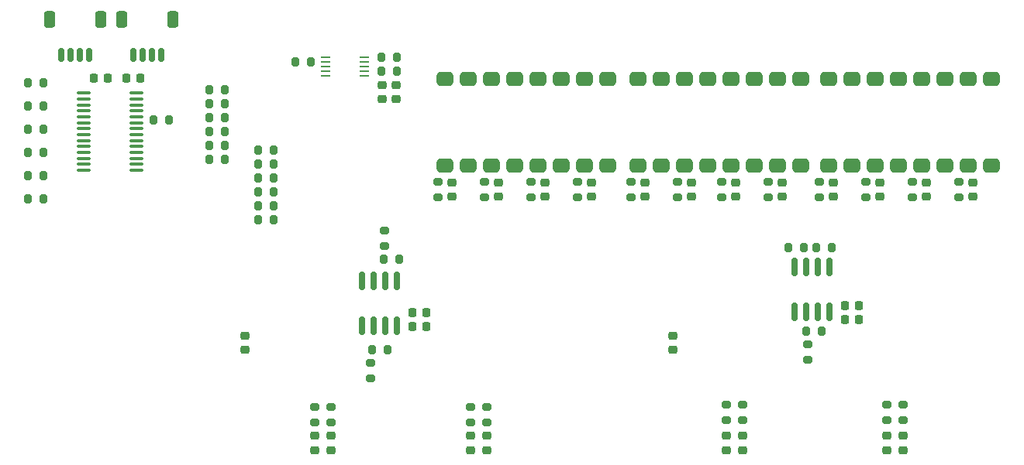
<source format=gtp>
%TF.GenerationSoftware,KiCad,Pcbnew,(6.0.0)*%
%TF.CreationDate,2022-11-20T23:13:48-05:00*%
%TF.ProjectId,i2c l298p,69326320-6c32-4393-9870-2e6b69636164,rev?*%
%TF.SameCoordinates,Original*%
%TF.FileFunction,Paste,Top*%
%TF.FilePolarity,Positive*%
%FSLAX46Y46*%
G04 Gerber Fmt 4.6, Leading zero omitted, Abs format (unit mm)*
G04 Created by KiCad (PCBNEW (6.0.0)) date 2022-11-20 23:13:48*
%MOMM*%
%LPD*%
G01*
G04 APERTURE LIST*
G04 Aperture macros list*
%AMRoundRect*
0 Rectangle with rounded corners*
0 $1 Rounding radius*
0 $2 $3 $4 $5 $6 $7 $8 $9 X,Y pos of 4 corners*
0 Add a 4 corners polygon primitive as box body*
4,1,4,$2,$3,$4,$5,$6,$7,$8,$9,$2,$3,0*
0 Add four circle primitives for the rounded corners*
1,1,$1+$1,$2,$3*
1,1,$1+$1,$4,$5*
1,1,$1+$1,$6,$7*
1,1,$1+$1,$8,$9*
0 Add four rect primitives between the rounded corners*
20,1,$1+$1,$2,$3,$4,$5,0*
20,1,$1+$1,$4,$5,$6,$7,0*
20,1,$1+$1,$6,$7,$8,$9,0*
20,1,$1+$1,$8,$9,$2,$3,0*%
G04 Aperture macros list end*
%ADD10R,1.100000X0.250000*%
%ADD11RoundRect,0.225000X-0.250000X0.225000X-0.250000X-0.225000X0.250000X-0.225000X0.250000X0.225000X0*%
%ADD12RoundRect,0.200000X0.275000X-0.200000X0.275000X0.200000X-0.275000X0.200000X-0.275000X-0.200000X0*%
%ADD13RoundRect,0.200000X0.200000X0.275000X-0.200000X0.275000X-0.200000X-0.275000X0.200000X-0.275000X0*%
%ADD14RoundRect,0.200000X-0.275000X0.200000X-0.275000X-0.200000X0.275000X-0.200000X0.275000X0.200000X0*%
%ADD15RoundRect,0.334400X-0.555600X0.425600X-0.555600X-0.425600X0.555600X-0.425600X0.555600X0.425600X0*%
%ADD16RoundRect,0.218750X0.256250X-0.218750X0.256250X0.218750X-0.256250X0.218750X-0.256250X-0.218750X0*%
%ADD17RoundRect,0.225000X-0.225000X-0.250000X0.225000X-0.250000X0.225000X0.250000X-0.225000X0.250000X0*%
%ADD18RoundRect,0.150000X-0.150000X0.825000X-0.150000X-0.825000X0.150000X-0.825000X0.150000X0.825000X0*%
%ADD19RoundRect,0.200000X-0.200000X-0.275000X0.200000X-0.275000X0.200000X0.275000X-0.200000X0.275000X0*%
%ADD20RoundRect,0.100000X-0.637500X-0.100000X0.637500X-0.100000X0.637500X0.100000X-0.637500X0.100000X0*%
%ADD21RoundRect,0.150000X0.150000X0.625000X-0.150000X0.625000X-0.150000X-0.625000X0.150000X-0.625000X0*%
%ADD22RoundRect,0.250000X0.350000X0.650000X-0.350000X0.650000X-0.350000X-0.650000X0.350000X-0.650000X0*%
%ADD23RoundRect,0.225000X0.225000X0.250000X-0.225000X0.250000X-0.225000X-0.250000X0.225000X-0.250000X0*%
G04 APERTURE END LIST*
D10*
%TO.C,U8*%
X129168000Y-85868000D03*
X129168000Y-86368000D03*
X129168000Y-86868000D03*
X129168000Y-87368000D03*
X129168000Y-87868000D03*
X133468000Y-87868000D03*
X133468000Y-87368000D03*
X133468000Y-86868000D03*
X133468000Y-86368000D03*
X133468000Y-85868000D03*
%TD*%
D11*
%TO.C,C5*%
X199898000Y-99555000D03*
X199898000Y-101105000D03*
%TD*%
D12*
%TO.C,R47*%
X135636000Y-106489000D03*
X135636000Y-104839000D03*
%TD*%
D13*
%TO.C,R49*%
X181419000Y-106680000D03*
X179769000Y-106680000D03*
%TD*%
D14*
%TO.C,R17*%
X177546000Y-99505000D03*
X177546000Y-101155000D03*
%TD*%
D15*
%TO.C,U1*%
X160020000Y-88204000D03*
X157480000Y-88204000D03*
X154940000Y-88204000D03*
X152400000Y-88204000D03*
X149860000Y-88204000D03*
X147320000Y-88204000D03*
X144780000Y-88204000D03*
X142240000Y-88204000D03*
X142240000Y-97724000D03*
X144780000Y-97724000D03*
X147320000Y-97724000D03*
X149860000Y-97724000D03*
X152400000Y-97724000D03*
X154940000Y-97724000D03*
X157480000Y-97724000D03*
X160020000Y-97724000D03*
%TD*%
D14*
%TO.C,R24*%
X151638000Y-99505000D03*
X151638000Y-101155000D03*
%TD*%
D11*
%TO.C,C10*%
X158242000Y-99555000D03*
X158242000Y-101105000D03*
%TD*%
D16*
%TO.C,D24*%
X145034000Y-128803500D03*
X145034000Y-127228500D03*
%TD*%
D17*
%TO.C,C23*%
X138671000Y-115316000D03*
X140221000Y-115316000D03*
%TD*%
D13*
%TO.C,R9*%
X118173000Y-93980000D03*
X116523000Y-93980000D03*
%TD*%
D15*
%TO.C,U3*%
X181102000Y-88204000D03*
X178562000Y-88204000D03*
X176022000Y-88204000D03*
X173482000Y-88204000D03*
X170942000Y-88204000D03*
X168402000Y-88204000D03*
X165862000Y-88204000D03*
X163322000Y-88204000D03*
X163322000Y-97724000D03*
X165862000Y-97724000D03*
X168402000Y-97724000D03*
X170942000Y-97724000D03*
X173482000Y-97724000D03*
X176022000Y-97724000D03*
X178562000Y-97724000D03*
X181102000Y-97724000D03*
%TD*%
D16*
%TO.C,D23*%
X129794000Y-128803500D03*
X129794000Y-127228500D03*
%TD*%
D13*
%TO.C,R15*%
X135953000Y-117856000D03*
X134303000Y-117856000D03*
%TD*%
D14*
%TO.C,R18*%
X183134000Y-99505000D03*
X183134000Y-101155000D03*
%TD*%
D16*
%TO.C,D19*%
X128016000Y-128803500D03*
X128016000Y-127228500D03*
%TD*%
D18*
%TO.C,U9*%
X137033000Y-110301000D03*
X135763000Y-110301000D03*
X134493000Y-110301000D03*
X133223000Y-110301000D03*
X133223000Y-115251000D03*
X134493000Y-115251000D03*
X135763000Y-115251000D03*
X137033000Y-115251000D03*
%TD*%
D14*
%TO.C,R25*%
X141478000Y-99505000D03*
X141478000Y-101155000D03*
%TD*%
%TO.C,R19*%
X172466000Y-99505000D03*
X172466000Y-101155000D03*
%TD*%
D19*
%TO.C,R33*%
X96711000Y-88646000D03*
X98361000Y-88646000D03*
%TD*%
D17*
%TO.C,C20*%
X107429000Y-88138000D03*
X108979000Y-88138000D03*
%TD*%
D16*
%TO.C,D20*%
X146812000Y-128803500D03*
X146812000Y-127228500D03*
%TD*%
D14*
%TO.C,R32*%
X146812000Y-124143000D03*
X146812000Y-125793000D03*
%TD*%
%TO.C,R22*%
X193294000Y-99505000D03*
X193294000Y-101155000D03*
%TD*%
D11*
%TO.C,C4*%
X189738000Y-99555000D03*
X189738000Y-101105000D03*
%TD*%
D13*
%TO.C,R28*%
X183388000Y-115824000D03*
X181738000Y-115824000D03*
%TD*%
D17*
%TO.C,C26*%
X185928000Y-113030000D03*
X187478000Y-113030000D03*
%TD*%
D11*
%TO.C,C3*%
X173990000Y-99555000D03*
X173990000Y-101105000D03*
%TD*%
%TO.C,C7*%
X148082000Y-99555000D03*
X148082000Y-101105000D03*
%TD*%
D18*
%TO.C,U10*%
X184277000Y-108777000D03*
X183007000Y-108777000D03*
X181737000Y-108777000D03*
X180467000Y-108777000D03*
X180467000Y-113727000D03*
X181737000Y-113727000D03*
X183007000Y-113727000D03*
X184277000Y-113727000D03*
%TD*%
D16*
%TO.C,D21*%
X174752000Y-128803500D03*
X174752000Y-127228500D03*
%TD*%
D11*
%TO.C,C22*%
X136906000Y-88887000D03*
X136906000Y-90437000D03*
%TD*%
%TO.C,C13*%
X167132000Y-116319000D03*
X167132000Y-117869000D03*
%TD*%
D14*
%TO.C,R48*%
X134112000Y-119317000D03*
X134112000Y-120967000D03*
%TD*%
D12*
%TO.C,R40*%
X174752000Y-125539000D03*
X174752000Y-123889000D03*
%TD*%
D20*
%TO.C,U5*%
X102801500Y-89755000D03*
X102801500Y-90405000D03*
X102801500Y-91055000D03*
X102801500Y-91705000D03*
X102801500Y-92355000D03*
X102801500Y-93005000D03*
X102801500Y-93655000D03*
X102801500Y-94305000D03*
X102801500Y-94955000D03*
X102801500Y-95605000D03*
X102801500Y-96255000D03*
X102801500Y-96905000D03*
X102801500Y-97555000D03*
X102801500Y-98205000D03*
X108526500Y-98205000D03*
X108526500Y-97555000D03*
X108526500Y-96905000D03*
X108526500Y-96255000D03*
X108526500Y-95605000D03*
X108526500Y-94955000D03*
X108526500Y-94305000D03*
X108526500Y-93655000D03*
X108526500Y-93005000D03*
X108526500Y-92355000D03*
X108526500Y-91705000D03*
X108526500Y-91055000D03*
X108526500Y-90405000D03*
X108526500Y-89755000D03*
%TD*%
D13*
%TO.C,R1*%
X123507000Y-96012000D03*
X121857000Y-96012000D03*
%TD*%
%TO.C,R7*%
X118173000Y-97028000D03*
X116523000Y-97028000D03*
%TD*%
D11*
%TO.C,C11*%
X169164000Y-99555000D03*
X169164000Y-101105000D03*
%TD*%
D19*
%TO.C,R44*%
X125921000Y-86360000D03*
X127571000Y-86360000D03*
%TD*%
D13*
%TO.C,R11*%
X118173000Y-90932000D03*
X116523000Y-90932000D03*
%TD*%
%TO.C,R16*%
X184467000Y-106680000D03*
X182817000Y-106680000D03*
%TD*%
D11*
%TO.C,C6*%
X194818000Y-99555000D03*
X194818000Y-101105000D03*
%TD*%
D13*
%TO.C,R45*%
X136969000Y-85852000D03*
X135319000Y-85852000D03*
%TD*%
D14*
%TO.C,R13*%
X162560000Y-99505000D03*
X162560000Y-101155000D03*
%TD*%
D16*
%TO.C,D18*%
X192278000Y-128803500D03*
X192278000Y-127228500D03*
%TD*%
D19*
%TO.C,R37*%
X96711000Y-98806000D03*
X98361000Y-98806000D03*
%TD*%
D14*
%TO.C,R26*%
X156718000Y-99505000D03*
X156718000Y-101155000D03*
%TD*%
D19*
%TO.C,R34*%
X96711000Y-91186000D03*
X98361000Y-91186000D03*
%TD*%
D13*
%TO.C,R6*%
X123507000Y-103632000D03*
X121857000Y-103632000D03*
%TD*%
D21*
%TO.C,J8*%
X103354000Y-85566000D03*
X102354000Y-85566000D03*
X101354000Y-85566000D03*
X100354000Y-85566000D03*
D22*
X99054000Y-81691000D03*
X104654000Y-81691000D03*
%TD*%
D19*
%TO.C,R36*%
X96711000Y-96266000D03*
X98361000Y-96266000D03*
%TD*%
D13*
%TO.C,R5*%
X123507000Y-102108000D03*
X121857000Y-102108000D03*
%TD*%
D11*
%TO.C,C1*%
X179070000Y-99555000D03*
X179070000Y-101105000D03*
%TD*%
D13*
%TO.C,R8*%
X118173000Y-95504000D03*
X116523000Y-95504000D03*
%TD*%
D16*
%TO.C,D17*%
X172974000Y-128803500D03*
X172974000Y-127228500D03*
%TD*%
D11*
%TO.C,C9*%
X143002000Y-99555000D03*
X143002000Y-101105000D03*
%TD*%
D19*
%TO.C,R39*%
X110427000Y-92710000D03*
X112077000Y-92710000D03*
%TD*%
D13*
%TO.C,R14*%
X137223000Y-107950000D03*
X135573000Y-107950000D03*
%TD*%
D16*
%TO.C,D22*%
X190500000Y-128803500D03*
X190500000Y-127228500D03*
%TD*%
D12*
%TO.C,R41*%
X190500000Y-125539000D03*
X190500000Y-123889000D03*
%TD*%
%TO.C,R43*%
X145034000Y-125793000D03*
X145034000Y-124143000D03*
%TD*%
D13*
%TO.C,R4*%
X123507000Y-100584000D03*
X121857000Y-100584000D03*
%TD*%
%TO.C,R3*%
X123507000Y-99060000D03*
X121857000Y-99060000D03*
%TD*%
D14*
%TO.C,R20*%
X188214000Y-99505000D03*
X188214000Y-101155000D03*
%TD*%
%TO.C,R50*%
X181864000Y-117285000D03*
X181864000Y-118935000D03*
%TD*%
D11*
%TO.C,C21*%
X135382000Y-88887000D03*
X135382000Y-90437000D03*
%TD*%
%TO.C,C8*%
X153162000Y-99555000D03*
X153162000Y-101105000D03*
%TD*%
D13*
%TO.C,R10*%
X118173000Y-92456000D03*
X116523000Y-92456000D03*
%TD*%
D23*
%TO.C,C17*%
X105423000Y-88138000D03*
X103873000Y-88138000D03*
%TD*%
D14*
%TO.C,R23*%
X146558000Y-99505000D03*
X146558000Y-101155000D03*
%TD*%
D17*
%TO.C,C25*%
X138671000Y-113792000D03*
X140221000Y-113792000D03*
%TD*%
D12*
%TO.C,R42*%
X129794000Y-125793000D03*
X129794000Y-124143000D03*
%TD*%
D17*
%TO.C,C24*%
X185915000Y-114554000D03*
X187465000Y-114554000D03*
%TD*%
D19*
%TO.C,R35*%
X96711000Y-93726000D03*
X98361000Y-93726000D03*
%TD*%
%TO.C,R38*%
X96711000Y-101346000D03*
X98361000Y-101346000D03*
%TD*%
D14*
%TO.C,R27*%
X167640000Y-99505000D03*
X167640000Y-101155000D03*
%TD*%
D15*
%TO.C,U2*%
X201930000Y-88204000D03*
X199390000Y-88204000D03*
X196850000Y-88204000D03*
X194310000Y-88204000D03*
X191770000Y-88204000D03*
X189230000Y-88204000D03*
X186690000Y-88204000D03*
X184150000Y-88204000D03*
X184150000Y-97724000D03*
X186690000Y-97724000D03*
X189230000Y-97724000D03*
X191770000Y-97724000D03*
X194310000Y-97724000D03*
X196850000Y-97724000D03*
X199390000Y-97724000D03*
X201930000Y-97724000D03*
%TD*%
D14*
%TO.C,R31*%
X128016000Y-124143000D03*
X128016000Y-125793000D03*
%TD*%
D13*
%TO.C,R12*%
X118173000Y-89408000D03*
X116523000Y-89408000D03*
%TD*%
D11*
%TO.C,C2*%
X184658000Y-99555000D03*
X184658000Y-101105000D03*
%TD*%
%TO.C,C19*%
X120396000Y-116319000D03*
X120396000Y-117869000D03*
%TD*%
%TO.C,C12*%
X164084000Y-99555000D03*
X164084000Y-101105000D03*
%TD*%
D14*
%TO.C,R29*%
X172974000Y-123889000D03*
X172974000Y-125539000D03*
%TD*%
%TO.C,R30*%
X192278000Y-123889000D03*
X192278000Y-125539000D03*
%TD*%
D13*
%TO.C,R46*%
X136969000Y-87376000D03*
X135319000Y-87376000D03*
%TD*%
%TO.C,R2*%
X123507000Y-97536000D03*
X121857000Y-97536000D03*
%TD*%
D14*
%TO.C,R21*%
X198374000Y-99505000D03*
X198374000Y-101155000D03*
%TD*%
D21*
%TO.C,J7*%
X111228000Y-85566000D03*
X110228000Y-85566000D03*
X109228000Y-85566000D03*
X108228000Y-85566000D03*
D22*
X106928000Y-81691000D03*
X112528000Y-81691000D03*
%TD*%
M02*

</source>
